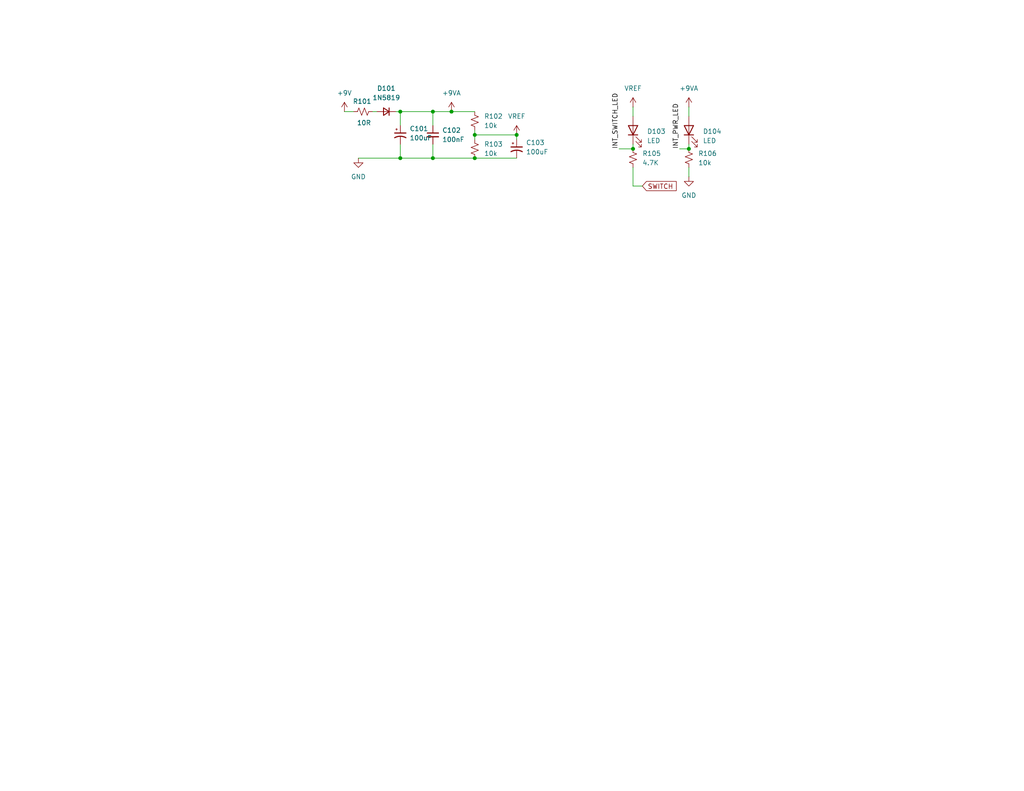
<source format=kicad_sch>
(kicad_sch (version 20250114) (generator "eeschema") (generator_version "9.0")
  (paper "USLetter")
  (lib_symbols
    (symbol "Device:C_Polarized_Small_US" (pin_numbers (hide yes)) (pin_names (offset 0.254) (hide yes))
      (property "Reference" "C" (at 0.254 1.778 0))
      (property "Value" "C_Polarized_Small_US" (at 0.254 -2.032 0))
      (symbol "C_Polarized_Small_US_0_1"
        (polyline (pts (xy -1.524 0.508) (xy 1.524 0.508)) (stroke (width 0.3048)))
        (polyline (pts (xy -1.27 1.524) (xy -0.762 1.524)))
        (polyline (pts (xy -1.016 1.27) (xy -1.016 1.778)))
        (arc (start -1.524 -0.762) (mid 0 -0.3734) (end 1.524 -0.762) (stroke (width 0.3048)))
      )
      (symbol "C_Polarized_Small_US_1_1"
        (pin passive line (at 0 2.54 270) (length 2.032) (name "~") (number "1"))
        (pin passive line (at 0 -2.54 90) (length 2.032) (name "~") (number "2"))
      )
    )
    (symbol "Device:C_Small" (pin_numbers (hide yes)) (pin_names (offset 0.254) (hide yes))
      (property "Reference" "C" (at 0.254 1.778 0))
      (property "Value" "C_Small" (at 0.254 -2.032 0))
      (symbol "C_Small_0_1"
        (polyline (pts (xy -1.524 0.508) (xy 1.524 0.508)) (stroke (width 0.3048)))
        (polyline (pts (xy -1.524 -0.508) (xy 1.524 -0.508)) (stroke (width 0.3302)))
      )
      (symbol "C_Small_1_1"
        (pin passive line (at 0 2.54 270) (length 2.032) (name "~") (number "1"))
        (pin passive line (at 0 -2.54 90) (length 2.032) (name "~") (number "2"))
      )
    )
    (symbol "Device:D_Small" (pin_numbers (hide yes)) (pin_names (offset 0.254) (hide yes))
      (property "Reference" "D" (at -1.27 2.032 0))
      (property "Value" "D_Small" (at -3.81 -2.032 0))
      (symbol "D_Small_0_1"
        (polyline (pts (xy -0.762 0) (xy 0.762 0)))
        (polyline (pts (xy -0.762 -1.016) (xy -0.762 1.016)) (stroke (width 0.254)))
        (polyline (pts (xy 0.762 -1.016) (xy -0.762 0) (xy 0.762 1.016) (xy 0.762 -1.016)) (stroke (width 0.254)))
      )
      (symbol "D_Small_1_1"
        (pin passive line (at -2.54 0 0) (length 1.778) (name "K") (number "1"))
        (pin passive line (at 2.54 0 180) (length 1.778) (name "A") (number "2"))
      )
    )
    (symbol "Device:LED" (pin_numbers (hide yes)) (pin_names (offset 1.016) (hide yes))
      (property "Reference" "D" (at 0 2.54 0))
      (property "Value" "LED" (at 0 -2.54 0))
      (symbol "LED_0_1"
        (polyline (pts (xy -3.048 -0.762) (xy -4.572 -2.286) (xy -3.81 -2.286) (xy -4.572 -2.286) (xy -4.572 -1.524)))
        (polyline (pts (xy -1.778 -0.762) (xy -3.302 -2.286) (xy -2.54 -2.286) (xy -3.302 -2.286) (xy -3.302 -1.524)))
        (polyline (pts (xy -1.27 0) (xy 1.27 0)))
        (polyline (pts (xy -1.27 -1.27) (xy -1.27 1.27)) (stroke (width 0.254)))
        (polyline (pts (xy 1.27 -1.27) (xy 1.27 1.27) (xy -1.27 0) (xy 1.27 -1.27)) (stroke (width 0.254)))
      )
      (symbol "LED_1_1"
        (pin passive line (at -3.81 0 0) (length 2.54) (name "K") (number "1"))
        (pin passive line (at 3.81 0 180) (length 2.54) (name "A") (number "2"))
      )
    )
    (symbol "Device:R_Small_US" (pin_numbers (hide yes)) (pin_names (offset 0.254) (hide yes))
      (property "Reference" "R" (at 0.762 0.508 0))
      (property "Value" "R_Small_US" (at 0.762 -1.016 0))
      (symbol "R_Small_US_1_1"
        (polyline (pts (xy 0 1.524) (xy 1.016 1.143) (xy 0 0.762) (xy -1.016 0.381) (xy 0 0)))
        (polyline (pts (xy 0 0) (xy 1.016 -0.381) (xy 0 -0.762) (xy -1.016 -1.143) (xy 0 -1.524)))
        (pin passive line (at 0 2.54 270) (length 1.016) (name "~") (number "1"))
        (pin passive line (at 0 -2.54 90) (length 1.016) (name "~") (number "2"))
      )
    )
    (symbol "power:+9V" (power) (pin_numbers (hide yes)) (pin_names (offset 0) (hide yes))
      (property "Value" "+9V" (at 0 3.556 0))
      (symbol "+9V_0_1"
        (polyline (pts (xy -0.762 1.27) (xy 0 2.54)))
        (polyline (pts (xy 0 2.54) (xy 0.762 1.27)))
        (polyline (pts (xy 0 0) (xy 0 2.54)))
      )
      (symbol "+9V_1_1"
        (pin power_in line (at 0 0 90) (length 0) (name "~") (number "1"))
      )
    )
    (symbol "power:+9VA" (power) (pin_numbers (hide yes)) (pin_names (offset 0) (hide yes))
      (property "Value" "+9VA" (at 0 3.556 0))
      (symbol "+9VA_0_1"
        (polyline (pts (xy -0.762 1.27) (xy 0 2.54)))
        (polyline (pts (xy 0 2.54) (xy 0.762 1.27)))
        (polyline (pts (xy 0 0) (xy 0 2.54)))
      )
      (symbol "+9VA_1_1"
        (pin power_in line (at 0 0 90) (length 0) (name "~") (number "1"))
      )
    )
    (symbol "power:GND" (power) (pin_numbers (hide yes)) (pin_names (offset 0) (hide yes))
      (property "Value" "GND" (at 0 -3.81 0))
      (symbol "GND_0_1"
        (polyline (pts (xy 0 0) (xy 0 -1.27) (xy 1.27 -1.27) (xy 0 -2.54) (xy -1.27 -1.27) (xy 0 -1.27)))
      )
      (symbol "GND_1_1"
        (pin power_in line (at 0 0 270) (length 0) (name "~") (number "1"))
      )
    )
    (symbol "power:VCC" (power) (pin_numbers (hide yes)) (pin_names (offset 0) (hide yes))
      (property "Value" "VCC" (at 0 3.556 0))
      (symbol "VCC_0_1"
        (polyline (pts (xy -0.762 1.27) (xy 0 2.54)))
        (polyline (pts (xy 0 2.54) (xy 0.762 1.27)))
        (polyline (pts (xy 0 0) (xy 0 2.54)))
      )
      (symbol "VCC_1_1"
        (pin power_in line (at 0 0 90) (length 0) (name "~") (number "1"))
      )
    )
  )
  (junction (at 109.22 30.48))
  (junction (at 172.72 40.64))
  (junction (at 123.19 30.48))
  (junction (at 118.11 43.18))
  (junction (at 187.96 40.64))
  (junction (at 140.97 36.83))
  (junction (at 129.54 43.18))
  (junction (at 109.22 43.18))
  (junction (at 129.54 36.83))
  (junction (at 118.11 30.48))
  (wire (pts (xy 187.96 45.72) (xy 187.96 48.26)))
  (wire (pts (xy 123.19 30.48) (xy 129.54 30.48)))
  (wire (pts (xy 107.95 30.48) (xy 109.22 30.48)))
  (wire (pts (xy 172.72 45.72) (xy 172.72 50.8)))
  (wire (pts (xy 93.98 30.48) (xy 96.52 30.48)))
  (wire (pts (xy 118.11 39.37) (xy 118.11 43.18)))
  (wire (pts (xy 172.72 39.37) (xy 172.72 40.64)))
  (wire (pts (xy 118.11 30.48) (xy 118.11 34.29)))
  (wire (pts (xy 172.72 29.21) (xy 172.72 31.75)))
  (wire (pts (xy 109.22 30.48) (xy 118.11 30.48)))
  (wire (pts (xy 129.54 36.83) (xy 129.54 38.1)))
  (wire (pts (xy 187.96 39.37) (xy 187.96 40.64)))
  (wire (pts (xy 97.79 43.18) (xy 109.22 43.18)))
  (wire (pts (xy 172.72 50.8) (xy 175.26 50.8)))
  (wire (pts (xy 168.91 40.64) (xy 172.72 40.64)))
  (wire (pts (xy 185.42 40.64) (xy 187.96 40.64)))
  (wire (pts (xy 140.97 36.83) (xy 129.54 36.83)))
  (wire (pts (xy 118.11 30.48) (xy 123.19 30.48)))
  (wire (pts (xy 140.97 38.1) (xy 140.97 36.83)))
  (wire (pts (xy 118.11 43.18) (xy 109.22 43.18)))
  (wire (pts (xy 129.54 43.18) (xy 140.97 43.18)))
  (wire (pts (xy 129.54 35.56) (xy 129.54 36.83)))
  (wire (pts (xy 109.22 30.48) (xy 109.22 34.29)))
  (wire (pts (xy 109.22 43.18) (xy 109.22 39.37)))
  (wire (pts (xy 101.6 30.48) (xy 102.87 30.48)))
  (wire (pts (xy 118.11 43.18) (xy 129.54 43.18)))
  (wire (pts (xy 187.96 29.21) (xy 187.96 31.75)))
  (label "INT_PWR_LED" (at 185.42 40.64 90))
  (label "INT_SWITCH_LED" (at 168.91 40.64 90))
  (global_label "SWITCH" (shape input) (at 175.26 50.8 0) (property "Intersheetrefs" "${INTERSHEET_REFS}" (effects (hide yes))))
  (symbol (lib_id "power:GND") (at 187.96 48.26 0) (unit 1)
    (property "Reference" "#PWR0113" (effects (hide yes)))
    (property "Value" "GND" (at 187.96 53.34 0))
    (property "Description" "Power symbol creates a global label with name \"GND\" , ground" (effects (hide yes)))
  )
  (symbol (lib_id "power:GND") (at 97.79 43.18 0) (unit 1)
    (property "Reference" "#PWR0112" (effects (hide yes)))
    (property "Value" "GND" (at 97.79 48.26 0))
    (property "Description" "Power symbol creates a global label with name \"GND\" , ground" (effects (hide yes)))
  )
  (symbol (lib_id "power:+9VA") (at 123.19 30.48 0) (unit 1)
    (property "Reference" "#PWR0110" (effects (hide yes)))
    (property "Value" "+9VA" (at 123.19 25.4 0))
    (property "Description" "Power symbol creates a global label with name \"+9VA\"" (effects (hide yes)))
  )
  (symbol (lib_id "Device:D_Small") (at 105.41 30.48 180) (unit 1)
    (property "Reference" "D101" (at 105.41 24.13 0))
    (property "Value" "1N5819" (at 105.41 26.67 0))
    (property "Footprint" "Diode_SMD:D_SOD-323" (effects (hide yes)))
    (property "Sim.Device" "D" (effects (hide yes)))
    (property "Sim.Pins" "1=K 2=A" (effects (hide yes)))
    (property "LCSC" "C191023" (effects (hide yes)))
  )
  (symbol (lib_id "Device:C_Small") (at 118.11 36.83 0) (unit 1)
    (property "Reference" "C102" (at 120.65 35.5662 0) (effects (justify left)))
    (property "Value" "100nF" (at 120.65 38.1062 0) (effects (justify left)))
    (property "Footprint" "Capacitor_SMD:C_0603_1608Metric" (effects (hide yes)))
    (property "Description" "Unpolarized capacitor, small symbol - X7R MLCC" (effects (hide yes)))
    (property "LCSC" "C14663" (effects (hide yes)))
  )
  (symbol (lib_id "power:+9VA") (at 172.72 29.21 0) (unit 1)
    (property "Reference" "#PWR0106" (effects (hide yes)))
    (property "Value" "VREF" (at 172.72 24.13 0))
    (property "Description" "Power symbol creates a global label with name \"+9VA\"" (effects (hide yes)))
  )
  (symbol (lib_id "Device:C_Polarized_Small_US") (at 140.97 40.64 0) (unit 1)
    (property "Reference" "C103" (at 143.51 38.9381 0) (effects (justify left)))
    (property "Value" "100uF" (at 143.51 41.4781 0) (effects (justify left)))
    (property "Footprint" "Capacitor_SMD:CP_Elec_6.3x9.9" (effects (hide yes)))
    (property "Description" "Polarized capacitor, small US symbol" (effects (hide yes)))
    (property "LCSC" "C88744" (effects (hide yes)))
  )
  (symbol (lib_id "Device:LED") (at 187.96 35.56 90) (unit 1)
    (property "Reference" "D104" (at 191.77 35.8774 90) (effects (justify right)))
    (property "Value" "LED" (at 191.77 38.4174 90) (effects (justify right)))
    (property "Footprint" "LED_SMD:LED_0805_2012Metric" (effects (hide yes)))
    (property "Description" "Light emitting diode" (effects (hide yes)))
    (property "Sim.Pins" "1=K 2=A" (effects (hide yes)))
    (property "Control" "PWR" (effects (hide yes)))
  )
  (symbol (lib_id "Device:LED") (at 172.72 35.56 90) (unit 1)
    (property "Reference" "D103" (at 176.53 35.8774 90) (effects (justify right)))
    (property "Value" "LED" (at 176.53 38.4174 90) (effects (justify right)))
    (property "Footprint" "LED_SMD:LED_0805_2012Metric" (effects (hide yes)))
    (property "Description" "Light emitting diode" (effects (hide yes)))
    (property "Sim.Pins" "1=K 2=A" (effects (hide yes)))
    (property "Control" "INPUT" (effects (hide yes)))
  )
  (symbol (lib_id "Device:R_Small_US") (at 187.96 43.18 0) (unit 1)
    (property "Reference" "R106" (at 190.5 41.9099 0) (effects (justify left)))
    (property "Value" "10k" (at 190.5 44.4499 0) (effects (justify left)))
    (property "Footprint" "Resistor_SMD:R_0603_1608Metric" (effects (hide yes)))
    (property "Description" "Resistor, small US symbol" (effects (hide yes)))
  )
  (symbol (lib_id "Device:C_Polarized_Small_US") (at 109.22 36.83 0) (unit 1)
    (property "Reference" "C101" (at 111.76 35.1281 0) (effects (justify left)))
    (property "Value" "100uF" (at 111.76 37.6681 0) (effects (justify left)))
    (property "Footprint" "Capacitor_SMD:CP_Elec_6.3x5.9" (effects (hide yes)))
    (property "Description" "Polarized capacitor, small US symbol" (effects (hide yes)))
    (property "LCSC" "C88744" (effects (hide yes)))
  )
  (symbol (lib_id "power:+9VA") (at 187.96 29.21 0) (unit 1)
    (property "Reference" "#PWR0107" (effects (hide yes)))
    (property "Value" "+9VA" (at 187.96 24.13 0))
    (property "Description" "Power symbol creates a global label with name \"+9VA\"" (effects (hide yes)))
  )
  (symbol (lib_id "Device:R_Small_US") (at 129.54 33.02 0) (unit 1)
    (property "Reference" "R102" (at 132.08 31.7499 0) (effects (justify left)))
    (property "Value" "10k" (at 132.08 34.2899 0) (effects (justify left)))
    (property "Footprint" "Resistor_SMD:R_0603_1608Metric" (effects (hide yes)))
    (property "Description" "Resistor, small US symbol" (effects (hide yes)))
    (property "LCSC" "C25804" (effects (hide yes)))
  )
  (symbol (lib_id "Device:R_Small_US") (at 99.06 30.48 270) (unit 1)
    (property "Reference" "R101" (at 98.806 27.686 90))
    (property "Value" "10R" (at 99.314 33.528 90))
    (property "Footprint" "Resistor_SMD:R_0603_1608Metric" (effects (hide yes)))
    (property "Description" "Resistor, small US symbol" (effects (hide yes)))
  )
  (symbol (lib_id "Device:R_Small_US") (at 129.54 40.64 0) (unit 1)
    (property "Reference" "R103" (at 132.08 39.3699 0) (effects (justify left)))
    (property "Value" "10k" (at 132.08 41.9099 0) (effects (justify left)))
    (property "Footprint" "Resistor_SMD:R_0603_1608Metric" (effects (hide yes)))
    (property "Description" "Resistor, small US symbol" (effects (hide yes)))
    (property "LCSC" "C25804" (effects (hide yes)))
  )
  (symbol (lib_id "power:+9V") (at 93.98 30.48 0) (unit 1)
    (property "Reference" "#PWR0109" (effects (hide yes)))
    (property "Value" "+9V" (at 93.98 25.4 0))
    (property "Description" "Power symbol creates a global label with name \"+9V\"" (effects (hide yes)))
  )
  (symbol (lib_id "power:VCC") (at 140.97 36.83 0) (unit 1)
    (property "Reference" "#PWR0111" (effects (hide yes)))
    (property "Value" "VREF" (at 140.97 31.75 0))
    (property "Description" "Power symbol creates a global label with name \"VCC\"" (effects (hide yes)))
  )
  (symbol (lib_id "Device:R_Small_US") (at 172.72 43.18 0) (unit 1)
    (property "Reference" "R105" (at 175.26 41.9099 0) (effects (justify left)))
    (property "Value" "4.7K" (at 175.26 44.4499 0) (effects (justify left)))
    (property "Footprint" "Resistor_SMD:R_0603_1608Metric" (effects (hide yes)))
    (property "Description" "Resistor, small US symbol" (effects (hide yes)))
  )
)
</source>
